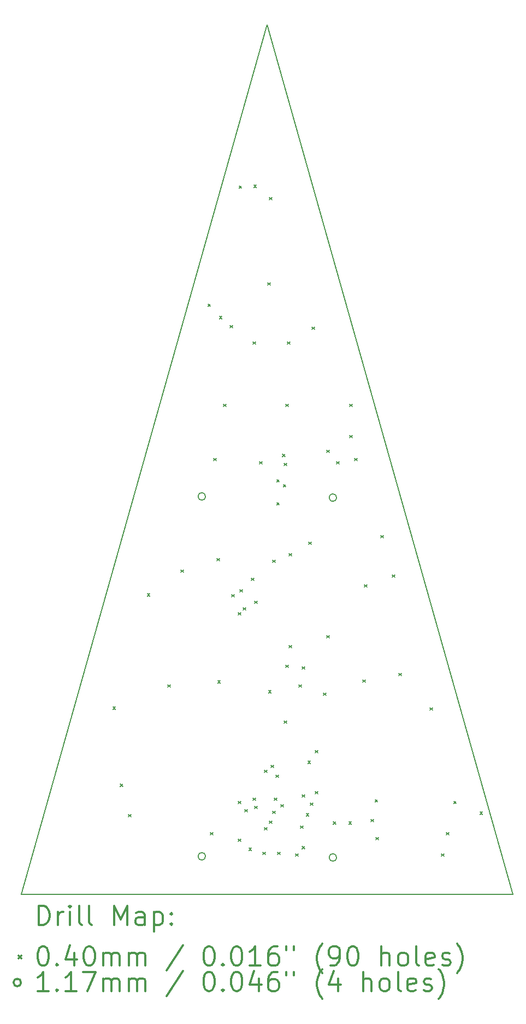
<source format=gbr>
%FSLAX45Y45*%
G04 Gerber Fmt 4.5, Leading zero omitted, Abs format (unit mm)*
G04 Created by KiCad (PCBNEW 4.0.2-stable) date 12/1/2016 11:33:13 PM*
%MOMM*%
G01*
G04 APERTURE LIST*
%ADD10C,0.127000*%
%ADD11C,0.150000*%
%ADD12C,0.200000*%
%ADD13C,0.300000*%
G04 APERTURE END LIST*
D10*
D11*
X9144000Y-16764000D02*
X7620000Y-16764000D01*
X4572000Y-16764000D02*
X8382000Y-3302000D01*
X8382000Y-3302000D02*
X12192000Y-16764000D01*
X12192000Y-16764000D02*
X9144000Y-16764000D01*
X4572000Y-16764000D02*
X7620000Y-16764000D01*
D12*
X5987100Y-13861100D02*
X6027100Y-13901100D01*
X6027100Y-13861100D02*
X5987100Y-13901100D01*
X6101400Y-15054900D02*
X6141400Y-15094900D01*
X6141400Y-15054900D02*
X6101400Y-15094900D01*
X6228400Y-15524800D02*
X6268400Y-15564800D01*
X6268400Y-15524800D02*
X6228400Y-15564800D01*
X6520500Y-12108500D02*
X6560500Y-12148500D01*
X6560500Y-12108500D02*
X6520500Y-12148500D01*
X6838000Y-13518200D02*
X6878000Y-13558200D01*
X6878000Y-13518200D02*
X6838000Y-13558200D01*
X7041200Y-11740200D02*
X7081200Y-11780200D01*
X7081200Y-11740200D02*
X7041200Y-11780200D01*
X7460300Y-7625400D02*
X7500300Y-7665400D01*
X7500300Y-7625400D02*
X7460300Y-7665400D01*
X7498400Y-15804200D02*
X7538400Y-15844200D01*
X7538400Y-15804200D02*
X7498400Y-15844200D01*
X7549200Y-10013000D02*
X7589200Y-10053000D01*
X7589200Y-10013000D02*
X7549200Y-10053000D01*
X7600000Y-11562400D02*
X7640000Y-11602400D01*
X7640000Y-11562400D02*
X7600000Y-11602400D01*
X7612700Y-13454700D02*
X7652700Y-13494700D01*
X7652700Y-13454700D02*
X7612700Y-13494700D01*
X7638100Y-7815900D02*
X7678100Y-7855900D01*
X7678100Y-7815900D02*
X7638100Y-7855900D01*
X7701600Y-9174800D02*
X7741600Y-9214800D01*
X7741600Y-9174800D02*
X7701600Y-9214800D01*
X7803200Y-7955600D02*
X7843200Y-7995600D01*
X7843200Y-7955600D02*
X7803200Y-7995600D01*
X7828600Y-12121200D02*
X7868600Y-12161200D01*
X7868600Y-12121200D02*
X7828600Y-12161200D01*
X7930200Y-12400600D02*
X7970200Y-12440600D01*
X7970200Y-12400600D02*
X7930200Y-12440600D01*
X7930200Y-15321600D02*
X7970200Y-15361600D01*
X7970200Y-15321600D02*
X7930200Y-15361600D01*
X7930200Y-15905800D02*
X7970200Y-15945800D01*
X7970200Y-15905800D02*
X7930200Y-15945800D01*
X7942900Y-5796600D02*
X7982900Y-5836600D01*
X7982900Y-5796600D02*
X7942900Y-5836600D01*
X7955600Y-12045000D02*
X7995600Y-12085000D01*
X7995600Y-12045000D02*
X7955600Y-12085000D01*
X8006400Y-12324400D02*
X8046400Y-12364400D01*
X8046400Y-12324400D02*
X8006400Y-12364400D01*
X8031800Y-15448600D02*
X8071800Y-15488600D01*
X8071800Y-15448600D02*
X8031800Y-15488600D01*
X8095300Y-16045500D02*
X8135300Y-16085500D01*
X8135300Y-16045500D02*
X8095300Y-16085500D01*
X8133400Y-11867200D02*
X8173400Y-11907200D01*
X8173400Y-11867200D02*
X8133400Y-11907200D01*
X8158800Y-8209600D02*
X8198800Y-8249600D01*
X8198800Y-8209600D02*
X8158800Y-8249600D01*
X8158800Y-15270800D02*
X8198800Y-15310800D01*
X8198800Y-15270800D02*
X8158800Y-15310800D01*
X8171500Y-5783900D02*
X8211500Y-5823900D01*
X8211500Y-5783900D02*
X8171500Y-5823900D01*
X8184200Y-12222800D02*
X8224200Y-12262800D01*
X8224200Y-12222800D02*
X8184200Y-12262800D01*
X8184200Y-15397800D02*
X8224200Y-15437800D01*
X8224200Y-15397800D02*
X8184200Y-15437800D01*
X8260400Y-10063800D02*
X8300400Y-10103800D01*
X8300400Y-10063800D02*
X8260400Y-10103800D01*
X8311200Y-16109000D02*
X8351200Y-16149000D01*
X8351200Y-16109000D02*
X8311200Y-16149000D01*
X8336600Y-14839000D02*
X8376600Y-14879000D01*
X8376600Y-14839000D02*
X8336600Y-14879000D01*
X8336600Y-15728000D02*
X8376600Y-15768000D01*
X8376600Y-15728000D02*
X8336600Y-15768000D01*
X8387400Y-7295200D02*
X8427400Y-7335200D01*
X8427400Y-7295200D02*
X8387400Y-7335200D01*
X8400100Y-13607100D02*
X8440100Y-13647100D01*
X8440100Y-13607100D02*
X8400100Y-13647100D01*
X8412800Y-5974400D02*
X8452800Y-6014400D01*
X8452800Y-5974400D02*
X8412800Y-6014400D01*
X8412800Y-15626400D02*
X8452800Y-15666400D01*
X8452800Y-15626400D02*
X8412800Y-15666400D01*
X8438200Y-14762800D02*
X8478200Y-14802800D01*
X8478200Y-14762800D02*
X8438200Y-14802800D01*
X8463600Y-11587800D02*
X8503600Y-11627800D01*
X8503600Y-11587800D02*
X8463600Y-11627800D01*
X8463600Y-15474000D02*
X8503600Y-15514000D01*
X8503600Y-15474000D02*
X8463600Y-15514000D01*
X8489000Y-15270800D02*
X8529000Y-15310800D01*
X8529000Y-15270800D02*
X8489000Y-15310800D01*
X8514400Y-14915200D02*
X8554400Y-14955200D01*
X8554400Y-14915200D02*
X8514400Y-14955200D01*
X8527100Y-10343200D02*
X8567100Y-10383200D01*
X8567100Y-10343200D02*
X8527100Y-10383200D01*
X8527100Y-10698800D02*
X8567100Y-10738800D01*
X8567100Y-10698800D02*
X8527100Y-10738800D01*
X8539800Y-16109000D02*
X8579800Y-16149000D01*
X8579800Y-16109000D02*
X8539800Y-16149000D01*
X8590600Y-15372400D02*
X8630600Y-15412400D01*
X8630600Y-15372400D02*
X8590600Y-15412400D01*
X8616000Y-9949500D02*
X8656000Y-9989500D01*
X8656000Y-9949500D02*
X8616000Y-9989500D01*
X8628700Y-10419400D02*
X8668700Y-10459400D01*
X8668700Y-10419400D02*
X8628700Y-10459400D01*
X8641400Y-10089200D02*
X8681400Y-10129200D01*
X8681400Y-10089200D02*
X8641400Y-10129200D01*
X8641400Y-14077000D02*
X8681400Y-14117000D01*
X8681400Y-14077000D02*
X8641400Y-14117000D01*
X8666800Y-9174800D02*
X8706800Y-9214800D01*
X8706800Y-9174800D02*
X8666800Y-9214800D01*
X8666800Y-13213400D02*
X8706800Y-13253400D01*
X8706800Y-13213400D02*
X8666800Y-13253400D01*
X8692200Y-8209600D02*
X8732200Y-8249600D01*
X8732200Y-8209600D02*
X8692200Y-8249600D01*
X8717600Y-11486200D02*
X8757600Y-11526200D01*
X8757600Y-11486200D02*
X8717600Y-11526200D01*
X8717600Y-12908600D02*
X8757600Y-12948600D01*
X8757600Y-12908600D02*
X8717600Y-12948600D01*
X8819200Y-16134400D02*
X8859200Y-16174400D01*
X8859200Y-16134400D02*
X8819200Y-16174400D01*
X8870000Y-13518200D02*
X8910000Y-13558200D01*
X8910000Y-13518200D02*
X8870000Y-13558200D01*
X8895400Y-15702600D02*
X8935400Y-15742600D01*
X8935400Y-15702600D02*
X8895400Y-15742600D01*
X8920800Y-13238800D02*
X8960800Y-13278800D01*
X8960800Y-13238800D02*
X8920800Y-13278800D01*
X8920800Y-15220000D02*
X8960800Y-15260000D01*
X8960800Y-15220000D02*
X8920800Y-15260000D01*
X8920800Y-16020100D02*
X8960800Y-16060100D01*
X8960800Y-16020100D02*
X8920800Y-16060100D01*
X8984300Y-15512100D02*
X9024300Y-15552100D01*
X9024300Y-15512100D02*
X8984300Y-15552100D01*
X9009700Y-14699300D02*
X9049700Y-14739300D01*
X9049700Y-14699300D02*
X9009700Y-14739300D01*
X9022400Y-11308400D02*
X9062400Y-11348400D01*
X9062400Y-11308400D02*
X9022400Y-11348400D01*
X9047800Y-15347000D02*
X9087800Y-15387000D01*
X9087800Y-15347000D02*
X9047800Y-15387000D01*
X9073200Y-7981000D02*
X9113200Y-8021000D01*
X9113200Y-7981000D02*
X9073200Y-8021000D01*
X9124000Y-14534200D02*
X9164000Y-14574200D01*
X9164000Y-14534200D02*
X9124000Y-14574200D01*
X9124000Y-15169200D02*
X9164000Y-15209200D01*
X9164000Y-15169200D02*
X9124000Y-15209200D01*
X9251000Y-13645200D02*
X9291000Y-13685200D01*
X9291000Y-13645200D02*
X9251000Y-13685200D01*
X9301800Y-9886000D02*
X9341800Y-9926000D01*
X9341800Y-9886000D02*
X9301800Y-9926000D01*
X9301800Y-12756200D02*
X9341800Y-12796200D01*
X9341800Y-12756200D02*
X9301800Y-12796200D01*
X9403400Y-15639100D02*
X9443400Y-15679100D01*
X9443400Y-15639100D02*
X9403400Y-15679100D01*
X9454200Y-10063800D02*
X9494200Y-10103800D01*
X9494200Y-10063800D02*
X9454200Y-10103800D01*
X9644700Y-15639100D02*
X9684700Y-15679100D01*
X9684700Y-15639100D02*
X9644700Y-15679100D01*
X9657400Y-9174800D02*
X9697400Y-9214800D01*
X9697400Y-9174800D02*
X9657400Y-9214800D01*
X9657400Y-9657400D02*
X9697400Y-9697400D01*
X9697400Y-9657400D02*
X9657400Y-9697400D01*
X9733600Y-10013000D02*
X9773600Y-10053000D01*
X9773600Y-10013000D02*
X9733600Y-10053000D01*
X9860600Y-13442000D02*
X9900600Y-13482000D01*
X9900600Y-13442000D02*
X9860600Y-13482000D01*
X9886000Y-11968800D02*
X9926000Y-12008800D01*
X9926000Y-11968800D02*
X9886000Y-12008800D01*
X9987600Y-15601000D02*
X10027600Y-15641000D01*
X10027600Y-15601000D02*
X9987600Y-15641000D01*
X10051100Y-15296200D02*
X10091100Y-15336200D01*
X10091100Y-15296200D02*
X10051100Y-15336200D01*
X10063800Y-15880400D02*
X10103800Y-15920400D01*
X10103800Y-15880400D02*
X10063800Y-15920400D01*
X10140000Y-11206800D02*
X10180000Y-11246800D01*
X10180000Y-11206800D02*
X10140000Y-11246800D01*
X10317800Y-11816400D02*
X10357800Y-11856400D01*
X10357800Y-11816400D02*
X10317800Y-11856400D01*
X10419400Y-13340400D02*
X10459400Y-13380400D01*
X10459400Y-13340400D02*
X10419400Y-13380400D01*
X10902000Y-13873800D02*
X10942000Y-13913800D01*
X10942000Y-13873800D02*
X10902000Y-13913800D01*
X11079800Y-16134400D02*
X11119800Y-16174400D01*
X11119800Y-16134400D02*
X11079800Y-16174400D01*
X11156000Y-15804200D02*
X11196000Y-15844200D01*
X11196000Y-15804200D02*
X11156000Y-15844200D01*
X11270300Y-15321600D02*
X11310300Y-15361600D01*
X11310300Y-15321600D02*
X11270300Y-15361600D01*
X11676700Y-15486700D02*
X11716700Y-15526700D01*
X11716700Y-15486700D02*
X11676700Y-15526700D01*
X7424500Y-10604500D02*
G75*
G03X7424500Y-10604500I-58500J0D01*
G01*
X7424500Y-16174500D02*
G75*
G03X7424500Y-16174500I-58500J0D01*
G01*
X9456500Y-10622500D02*
G75*
G03X9456500Y-10622500I-58500J0D01*
G01*
X9456500Y-16192500D02*
G75*
G03X9456500Y-16192500I-58500J0D01*
G01*
D13*
X4835929Y-17237214D02*
X4835929Y-16937214D01*
X4907357Y-16937214D01*
X4950214Y-16951500D01*
X4978786Y-16980072D01*
X4993071Y-17008643D01*
X5007357Y-17065786D01*
X5007357Y-17108643D01*
X4993071Y-17165786D01*
X4978786Y-17194357D01*
X4950214Y-17222929D01*
X4907357Y-17237214D01*
X4835929Y-17237214D01*
X5135929Y-17237214D02*
X5135929Y-17037214D01*
X5135929Y-17094357D02*
X5150214Y-17065786D01*
X5164500Y-17051500D01*
X5193071Y-17037214D01*
X5221643Y-17037214D01*
X5321643Y-17237214D02*
X5321643Y-17037214D01*
X5321643Y-16937214D02*
X5307357Y-16951500D01*
X5321643Y-16965786D01*
X5335929Y-16951500D01*
X5321643Y-16937214D01*
X5321643Y-16965786D01*
X5507357Y-17237214D02*
X5478786Y-17222929D01*
X5464500Y-17194357D01*
X5464500Y-16937214D01*
X5664500Y-17237214D02*
X5635928Y-17222929D01*
X5621643Y-17194357D01*
X5621643Y-16937214D01*
X6007357Y-17237214D02*
X6007357Y-16937214D01*
X6107357Y-17151500D01*
X6207357Y-16937214D01*
X6207357Y-17237214D01*
X6478786Y-17237214D02*
X6478786Y-17080072D01*
X6464500Y-17051500D01*
X6435928Y-17037214D01*
X6378786Y-17037214D01*
X6350214Y-17051500D01*
X6478786Y-17222929D02*
X6450214Y-17237214D01*
X6378786Y-17237214D01*
X6350214Y-17222929D01*
X6335928Y-17194357D01*
X6335928Y-17165786D01*
X6350214Y-17137214D01*
X6378786Y-17122929D01*
X6450214Y-17122929D01*
X6478786Y-17108643D01*
X6621643Y-17037214D02*
X6621643Y-17337214D01*
X6621643Y-17051500D02*
X6650214Y-17037214D01*
X6707357Y-17037214D01*
X6735928Y-17051500D01*
X6750214Y-17065786D01*
X6764500Y-17094357D01*
X6764500Y-17180072D01*
X6750214Y-17208643D01*
X6735928Y-17222929D01*
X6707357Y-17237214D01*
X6650214Y-17237214D01*
X6621643Y-17222929D01*
X6893071Y-17208643D02*
X6907357Y-17222929D01*
X6893071Y-17237214D01*
X6878786Y-17222929D01*
X6893071Y-17208643D01*
X6893071Y-17237214D01*
X6893071Y-17051500D02*
X6907357Y-17065786D01*
X6893071Y-17080072D01*
X6878786Y-17065786D01*
X6893071Y-17051500D01*
X6893071Y-17080072D01*
X4524500Y-17711500D02*
X4564500Y-17751500D01*
X4564500Y-17711500D02*
X4524500Y-17751500D01*
X4893071Y-17567214D02*
X4921643Y-17567214D01*
X4950214Y-17581500D01*
X4964500Y-17595786D01*
X4978786Y-17624357D01*
X4993071Y-17681500D01*
X4993071Y-17752929D01*
X4978786Y-17810072D01*
X4964500Y-17838643D01*
X4950214Y-17852929D01*
X4921643Y-17867214D01*
X4893071Y-17867214D01*
X4864500Y-17852929D01*
X4850214Y-17838643D01*
X4835929Y-17810072D01*
X4821643Y-17752929D01*
X4821643Y-17681500D01*
X4835929Y-17624357D01*
X4850214Y-17595786D01*
X4864500Y-17581500D01*
X4893071Y-17567214D01*
X5121643Y-17838643D02*
X5135929Y-17852929D01*
X5121643Y-17867214D01*
X5107357Y-17852929D01*
X5121643Y-17838643D01*
X5121643Y-17867214D01*
X5393071Y-17667214D02*
X5393071Y-17867214D01*
X5321643Y-17552929D02*
X5250214Y-17767214D01*
X5435928Y-17767214D01*
X5607357Y-17567214D02*
X5635928Y-17567214D01*
X5664500Y-17581500D01*
X5678786Y-17595786D01*
X5693071Y-17624357D01*
X5707357Y-17681500D01*
X5707357Y-17752929D01*
X5693071Y-17810072D01*
X5678786Y-17838643D01*
X5664500Y-17852929D01*
X5635928Y-17867214D01*
X5607357Y-17867214D01*
X5578786Y-17852929D01*
X5564500Y-17838643D01*
X5550214Y-17810072D01*
X5535929Y-17752929D01*
X5535929Y-17681500D01*
X5550214Y-17624357D01*
X5564500Y-17595786D01*
X5578786Y-17581500D01*
X5607357Y-17567214D01*
X5835928Y-17867214D02*
X5835928Y-17667214D01*
X5835928Y-17695786D02*
X5850214Y-17681500D01*
X5878786Y-17667214D01*
X5921643Y-17667214D01*
X5950214Y-17681500D01*
X5964500Y-17710072D01*
X5964500Y-17867214D01*
X5964500Y-17710072D02*
X5978786Y-17681500D01*
X6007357Y-17667214D01*
X6050214Y-17667214D01*
X6078786Y-17681500D01*
X6093071Y-17710072D01*
X6093071Y-17867214D01*
X6235928Y-17867214D02*
X6235928Y-17667214D01*
X6235928Y-17695786D02*
X6250214Y-17681500D01*
X6278786Y-17667214D01*
X6321643Y-17667214D01*
X6350214Y-17681500D01*
X6364500Y-17710072D01*
X6364500Y-17867214D01*
X6364500Y-17710072D02*
X6378786Y-17681500D01*
X6407357Y-17667214D01*
X6450214Y-17667214D01*
X6478786Y-17681500D01*
X6493071Y-17710072D01*
X6493071Y-17867214D01*
X7078786Y-17552929D02*
X6821643Y-17938643D01*
X7464500Y-17567214D02*
X7493071Y-17567214D01*
X7521643Y-17581500D01*
X7535928Y-17595786D01*
X7550214Y-17624357D01*
X7564500Y-17681500D01*
X7564500Y-17752929D01*
X7550214Y-17810072D01*
X7535928Y-17838643D01*
X7521643Y-17852929D01*
X7493071Y-17867214D01*
X7464500Y-17867214D01*
X7435928Y-17852929D01*
X7421643Y-17838643D01*
X7407357Y-17810072D01*
X7393071Y-17752929D01*
X7393071Y-17681500D01*
X7407357Y-17624357D01*
X7421643Y-17595786D01*
X7435928Y-17581500D01*
X7464500Y-17567214D01*
X7693071Y-17838643D02*
X7707357Y-17852929D01*
X7693071Y-17867214D01*
X7678786Y-17852929D01*
X7693071Y-17838643D01*
X7693071Y-17867214D01*
X7893071Y-17567214D02*
X7921643Y-17567214D01*
X7950214Y-17581500D01*
X7964500Y-17595786D01*
X7978785Y-17624357D01*
X7993071Y-17681500D01*
X7993071Y-17752929D01*
X7978785Y-17810072D01*
X7964500Y-17838643D01*
X7950214Y-17852929D01*
X7921643Y-17867214D01*
X7893071Y-17867214D01*
X7864500Y-17852929D01*
X7850214Y-17838643D01*
X7835928Y-17810072D01*
X7821643Y-17752929D01*
X7821643Y-17681500D01*
X7835928Y-17624357D01*
X7850214Y-17595786D01*
X7864500Y-17581500D01*
X7893071Y-17567214D01*
X8278785Y-17867214D02*
X8107357Y-17867214D01*
X8193071Y-17867214D02*
X8193071Y-17567214D01*
X8164500Y-17610072D01*
X8135928Y-17638643D01*
X8107357Y-17652929D01*
X8535928Y-17567214D02*
X8478786Y-17567214D01*
X8450214Y-17581500D01*
X8435928Y-17595786D01*
X8407357Y-17638643D01*
X8393071Y-17695786D01*
X8393071Y-17810072D01*
X8407357Y-17838643D01*
X8421643Y-17852929D01*
X8450214Y-17867214D01*
X8507357Y-17867214D01*
X8535928Y-17852929D01*
X8550214Y-17838643D01*
X8564500Y-17810072D01*
X8564500Y-17738643D01*
X8550214Y-17710072D01*
X8535928Y-17695786D01*
X8507357Y-17681500D01*
X8450214Y-17681500D01*
X8421643Y-17695786D01*
X8407357Y-17710072D01*
X8393071Y-17738643D01*
X8678786Y-17567214D02*
X8678786Y-17624357D01*
X8793071Y-17567214D02*
X8793071Y-17624357D01*
X9235928Y-17981500D02*
X9221643Y-17967214D01*
X9193071Y-17924357D01*
X9178786Y-17895786D01*
X9164500Y-17852929D01*
X9150214Y-17781500D01*
X9150214Y-17724357D01*
X9164500Y-17652929D01*
X9178786Y-17610072D01*
X9193071Y-17581500D01*
X9221643Y-17538643D01*
X9235928Y-17524357D01*
X9364500Y-17867214D02*
X9421643Y-17867214D01*
X9450214Y-17852929D01*
X9464500Y-17838643D01*
X9493071Y-17795786D01*
X9507357Y-17738643D01*
X9507357Y-17624357D01*
X9493071Y-17595786D01*
X9478786Y-17581500D01*
X9450214Y-17567214D01*
X9393071Y-17567214D01*
X9364500Y-17581500D01*
X9350214Y-17595786D01*
X9335928Y-17624357D01*
X9335928Y-17695786D01*
X9350214Y-17724357D01*
X9364500Y-17738643D01*
X9393071Y-17752929D01*
X9450214Y-17752929D01*
X9478786Y-17738643D01*
X9493071Y-17724357D01*
X9507357Y-17695786D01*
X9693071Y-17567214D02*
X9721643Y-17567214D01*
X9750214Y-17581500D01*
X9764500Y-17595786D01*
X9778786Y-17624357D01*
X9793071Y-17681500D01*
X9793071Y-17752929D01*
X9778786Y-17810072D01*
X9764500Y-17838643D01*
X9750214Y-17852929D01*
X9721643Y-17867214D01*
X9693071Y-17867214D01*
X9664500Y-17852929D01*
X9650214Y-17838643D01*
X9635928Y-17810072D01*
X9621643Y-17752929D01*
X9621643Y-17681500D01*
X9635928Y-17624357D01*
X9650214Y-17595786D01*
X9664500Y-17581500D01*
X9693071Y-17567214D01*
X10150214Y-17867214D02*
X10150214Y-17567214D01*
X10278786Y-17867214D02*
X10278786Y-17710072D01*
X10264500Y-17681500D01*
X10235928Y-17667214D01*
X10193071Y-17667214D01*
X10164500Y-17681500D01*
X10150214Y-17695786D01*
X10464500Y-17867214D02*
X10435928Y-17852929D01*
X10421643Y-17838643D01*
X10407357Y-17810072D01*
X10407357Y-17724357D01*
X10421643Y-17695786D01*
X10435928Y-17681500D01*
X10464500Y-17667214D01*
X10507357Y-17667214D01*
X10535928Y-17681500D01*
X10550214Y-17695786D01*
X10564500Y-17724357D01*
X10564500Y-17810072D01*
X10550214Y-17838643D01*
X10535928Y-17852929D01*
X10507357Y-17867214D01*
X10464500Y-17867214D01*
X10735928Y-17867214D02*
X10707357Y-17852929D01*
X10693071Y-17824357D01*
X10693071Y-17567214D01*
X10964500Y-17852929D02*
X10935929Y-17867214D01*
X10878786Y-17867214D01*
X10850214Y-17852929D01*
X10835929Y-17824357D01*
X10835929Y-17710072D01*
X10850214Y-17681500D01*
X10878786Y-17667214D01*
X10935929Y-17667214D01*
X10964500Y-17681500D01*
X10978786Y-17710072D01*
X10978786Y-17738643D01*
X10835929Y-17767214D01*
X11093071Y-17852929D02*
X11121643Y-17867214D01*
X11178786Y-17867214D01*
X11207357Y-17852929D01*
X11221643Y-17824357D01*
X11221643Y-17810072D01*
X11207357Y-17781500D01*
X11178786Y-17767214D01*
X11135929Y-17767214D01*
X11107357Y-17752929D01*
X11093071Y-17724357D01*
X11093071Y-17710072D01*
X11107357Y-17681500D01*
X11135929Y-17667214D01*
X11178786Y-17667214D01*
X11207357Y-17681500D01*
X11321643Y-17981500D02*
X11335928Y-17967214D01*
X11364500Y-17924357D01*
X11378786Y-17895786D01*
X11393071Y-17852929D01*
X11407357Y-17781500D01*
X11407357Y-17724357D01*
X11393071Y-17652929D01*
X11378786Y-17610072D01*
X11364500Y-17581500D01*
X11335928Y-17538643D01*
X11321643Y-17524357D01*
X4564500Y-18127500D02*
G75*
G03X4564500Y-18127500I-58500J0D01*
G01*
X4993071Y-18263214D02*
X4821643Y-18263214D01*
X4907357Y-18263214D02*
X4907357Y-17963214D01*
X4878786Y-18006072D01*
X4850214Y-18034643D01*
X4821643Y-18048929D01*
X5121643Y-18234643D02*
X5135929Y-18248929D01*
X5121643Y-18263214D01*
X5107357Y-18248929D01*
X5121643Y-18234643D01*
X5121643Y-18263214D01*
X5421643Y-18263214D02*
X5250214Y-18263214D01*
X5335928Y-18263214D02*
X5335928Y-17963214D01*
X5307357Y-18006072D01*
X5278786Y-18034643D01*
X5250214Y-18048929D01*
X5521643Y-17963214D02*
X5721643Y-17963214D01*
X5593071Y-18263214D01*
X5835928Y-18263214D02*
X5835928Y-18063214D01*
X5835928Y-18091786D02*
X5850214Y-18077500D01*
X5878786Y-18063214D01*
X5921643Y-18063214D01*
X5950214Y-18077500D01*
X5964500Y-18106072D01*
X5964500Y-18263214D01*
X5964500Y-18106072D02*
X5978786Y-18077500D01*
X6007357Y-18063214D01*
X6050214Y-18063214D01*
X6078786Y-18077500D01*
X6093071Y-18106072D01*
X6093071Y-18263214D01*
X6235928Y-18263214D02*
X6235928Y-18063214D01*
X6235928Y-18091786D02*
X6250214Y-18077500D01*
X6278786Y-18063214D01*
X6321643Y-18063214D01*
X6350214Y-18077500D01*
X6364500Y-18106072D01*
X6364500Y-18263214D01*
X6364500Y-18106072D02*
X6378786Y-18077500D01*
X6407357Y-18063214D01*
X6450214Y-18063214D01*
X6478786Y-18077500D01*
X6493071Y-18106072D01*
X6493071Y-18263214D01*
X7078786Y-17948929D02*
X6821643Y-18334643D01*
X7464500Y-17963214D02*
X7493071Y-17963214D01*
X7521643Y-17977500D01*
X7535928Y-17991786D01*
X7550214Y-18020357D01*
X7564500Y-18077500D01*
X7564500Y-18148929D01*
X7550214Y-18206072D01*
X7535928Y-18234643D01*
X7521643Y-18248929D01*
X7493071Y-18263214D01*
X7464500Y-18263214D01*
X7435928Y-18248929D01*
X7421643Y-18234643D01*
X7407357Y-18206072D01*
X7393071Y-18148929D01*
X7393071Y-18077500D01*
X7407357Y-18020357D01*
X7421643Y-17991786D01*
X7435928Y-17977500D01*
X7464500Y-17963214D01*
X7693071Y-18234643D02*
X7707357Y-18248929D01*
X7693071Y-18263214D01*
X7678786Y-18248929D01*
X7693071Y-18234643D01*
X7693071Y-18263214D01*
X7893071Y-17963214D02*
X7921643Y-17963214D01*
X7950214Y-17977500D01*
X7964500Y-17991786D01*
X7978785Y-18020357D01*
X7993071Y-18077500D01*
X7993071Y-18148929D01*
X7978785Y-18206072D01*
X7964500Y-18234643D01*
X7950214Y-18248929D01*
X7921643Y-18263214D01*
X7893071Y-18263214D01*
X7864500Y-18248929D01*
X7850214Y-18234643D01*
X7835928Y-18206072D01*
X7821643Y-18148929D01*
X7821643Y-18077500D01*
X7835928Y-18020357D01*
X7850214Y-17991786D01*
X7864500Y-17977500D01*
X7893071Y-17963214D01*
X8250214Y-18063214D02*
X8250214Y-18263214D01*
X8178785Y-17948929D02*
X8107357Y-18163214D01*
X8293071Y-18163214D01*
X8535928Y-17963214D02*
X8478786Y-17963214D01*
X8450214Y-17977500D01*
X8435928Y-17991786D01*
X8407357Y-18034643D01*
X8393071Y-18091786D01*
X8393071Y-18206072D01*
X8407357Y-18234643D01*
X8421643Y-18248929D01*
X8450214Y-18263214D01*
X8507357Y-18263214D01*
X8535928Y-18248929D01*
X8550214Y-18234643D01*
X8564500Y-18206072D01*
X8564500Y-18134643D01*
X8550214Y-18106072D01*
X8535928Y-18091786D01*
X8507357Y-18077500D01*
X8450214Y-18077500D01*
X8421643Y-18091786D01*
X8407357Y-18106072D01*
X8393071Y-18134643D01*
X8678786Y-17963214D02*
X8678786Y-18020357D01*
X8793071Y-17963214D02*
X8793071Y-18020357D01*
X9235928Y-18377500D02*
X9221643Y-18363214D01*
X9193071Y-18320357D01*
X9178786Y-18291786D01*
X9164500Y-18248929D01*
X9150214Y-18177500D01*
X9150214Y-18120357D01*
X9164500Y-18048929D01*
X9178786Y-18006072D01*
X9193071Y-17977500D01*
X9221643Y-17934643D01*
X9235928Y-17920357D01*
X9478786Y-18063214D02*
X9478786Y-18263214D01*
X9407357Y-17948929D02*
X9335928Y-18163214D01*
X9521643Y-18163214D01*
X9864500Y-18263214D02*
X9864500Y-17963214D01*
X9993071Y-18263214D02*
X9993071Y-18106072D01*
X9978786Y-18077500D01*
X9950214Y-18063214D01*
X9907357Y-18063214D01*
X9878786Y-18077500D01*
X9864500Y-18091786D01*
X10178786Y-18263214D02*
X10150214Y-18248929D01*
X10135928Y-18234643D01*
X10121643Y-18206072D01*
X10121643Y-18120357D01*
X10135928Y-18091786D01*
X10150214Y-18077500D01*
X10178786Y-18063214D01*
X10221643Y-18063214D01*
X10250214Y-18077500D01*
X10264500Y-18091786D01*
X10278786Y-18120357D01*
X10278786Y-18206072D01*
X10264500Y-18234643D01*
X10250214Y-18248929D01*
X10221643Y-18263214D01*
X10178786Y-18263214D01*
X10450214Y-18263214D02*
X10421643Y-18248929D01*
X10407357Y-18220357D01*
X10407357Y-17963214D01*
X10678786Y-18248929D02*
X10650214Y-18263214D01*
X10593071Y-18263214D01*
X10564500Y-18248929D01*
X10550214Y-18220357D01*
X10550214Y-18106072D01*
X10564500Y-18077500D01*
X10593071Y-18063214D01*
X10650214Y-18063214D01*
X10678786Y-18077500D01*
X10693071Y-18106072D01*
X10693071Y-18134643D01*
X10550214Y-18163214D01*
X10807357Y-18248929D02*
X10835929Y-18263214D01*
X10893071Y-18263214D01*
X10921643Y-18248929D01*
X10935929Y-18220357D01*
X10935929Y-18206072D01*
X10921643Y-18177500D01*
X10893071Y-18163214D01*
X10850214Y-18163214D01*
X10821643Y-18148929D01*
X10807357Y-18120357D01*
X10807357Y-18106072D01*
X10821643Y-18077500D01*
X10850214Y-18063214D01*
X10893071Y-18063214D01*
X10921643Y-18077500D01*
X11035928Y-18377500D02*
X11050214Y-18363214D01*
X11078786Y-18320357D01*
X11093071Y-18291786D01*
X11107357Y-18248929D01*
X11121643Y-18177500D01*
X11121643Y-18120357D01*
X11107357Y-18048929D01*
X11093071Y-18006072D01*
X11078786Y-17977500D01*
X11050214Y-17934643D01*
X11035928Y-17920357D01*
M02*

</source>
